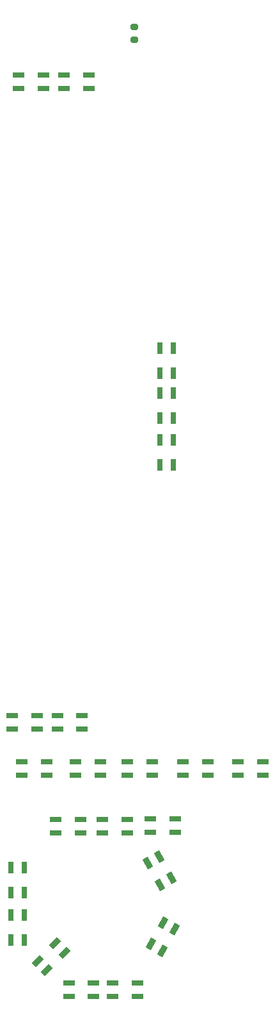
<source format=gbr>
%TF.GenerationSoftware,KiCad,Pcbnew,(6.0.9)*%
%TF.CreationDate,2023-01-06T18:17:57-09:00*%
%TF.ProjectId,DEFOG PANEL,4445464f-4720-4504-914e-454c2e6b6963,rev?*%
%TF.SameCoordinates,Original*%
%TF.FileFunction,Paste,Top*%
%TF.FilePolarity,Positive*%
%FSLAX46Y46*%
G04 Gerber Fmt 4.6, Leading zero omitted, Abs format (unit mm)*
G04 Created by KiCad (PCBNEW (6.0.9)) date 2023-01-06 18:17:57*
%MOMM*%
%LPD*%
G01*
G04 APERTURE LIST*
G04 Aperture macros list*
%AMRoundRect*
0 Rectangle with rounded corners*
0 $1 Rounding radius*
0 $2 $3 $4 $5 $6 $7 $8 $9 X,Y pos of 4 corners*
0 Add a 4 corners polygon primitive as box body*
4,1,4,$2,$3,$4,$5,$6,$7,$8,$9,$2,$3,0*
0 Add four circle primitives for the rounded corners*
1,1,$1+$1,$2,$3*
1,1,$1+$1,$4,$5*
1,1,$1+$1,$6,$7*
1,1,$1+$1,$8,$9*
0 Add four rect primitives between the rounded corners*
20,1,$1+$1,$2,$3,$4,$5,0*
20,1,$1+$1,$4,$5,$6,$7,0*
20,1,$1+$1,$6,$7,$8,$9,0*
20,1,$1+$1,$8,$9,$2,$3,0*%
%AMRotRect*
0 Rectangle, with rotation*
0 The origin of the aperture is its center*
0 $1 length*
0 $2 width*
0 $3 Rotation angle, in degrees counterclockwise*
0 Add horizontal line*
21,1,$1,$2,0,0,$3*%
G04 Aperture macros list end*
%ADD10R,1.500000X0.800000*%
%ADD11R,0.800000X1.500000*%
%ADD12RoundRect,0.200000X-0.275000X0.200000X-0.275000X-0.200000X0.275000X-0.200000X0.275000X0.200000X0*%
%ADD13RotRect,1.500000X0.800000X60.000000*%
%ADD14RotRect,1.500000X0.800000X120.000000*%
%ADD15RotRect,1.500000X0.800000X45.000000*%
G04 APERTURE END LIST*
D10*
%TO.C,D1*%
X123410000Y-58155000D03*
X123410000Y-59935000D03*
X126690000Y-59935000D03*
X126690000Y-58155000D03*
%TD*%
%TO.C,D2*%
X129440000Y-58190000D03*
X129440000Y-59970000D03*
X132720000Y-59970000D03*
X132720000Y-58190000D03*
%TD*%
D11*
%TO.C,D3*%
X143895000Y-94250000D03*
X142115000Y-94250000D03*
X142115000Y-97530000D03*
X143895000Y-97530000D03*
%TD*%
%TO.C,D4*%
X143925000Y-100140000D03*
X142145000Y-100140000D03*
X142145000Y-103420000D03*
X143925000Y-103420000D03*
%TD*%
%TO.C,D5*%
X143905000Y-106360000D03*
X142125000Y-106360000D03*
X142125000Y-109640000D03*
X143905000Y-109640000D03*
%TD*%
D10*
%TO.C,D6*%
X122590000Y-142695000D03*
X122590000Y-144475000D03*
X125870000Y-144475000D03*
X125870000Y-142695000D03*
%TD*%
%TO.C,D7*%
X128570000Y-142700000D03*
X128570000Y-144480000D03*
X131850000Y-144480000D03*
X131850000Y-142700000D03*
%TD*%
%TO.C,D8*%
X123864000Y-148829000D03*
X123864000Y-150609000D03*
X127144000Y-150609000D03*
X127144000Y-148829000D03*
%TD*%
%TO.C,D9*%
X130976000Y-148829000D03*
X130976000Y-150609000D03*
X134256000Y-150609000D03*
X134256000Y-148829000D03*
%TD*%
%TO.C,D10*%
X137834000Y-148829000D03*
X137834000Y-150609000D03*
X141114000Y-150609000D03*
X141114000Y-148829000D03*
%TD*%
%TO.C,D11*%
X145200000Y-148829000D03*
X145200000Y-150609000D03*
X148480000Y-150609000D03*
X148480000Y-148829000D03*
%TD*%
%TO.C,D12*%
X152510000Y-148829000D03*
X152510000Y-150609000D03*
X155790000Y-150609000D03*
X155790000Y-148829000D03*
%TD*%
%TO.C,D13*%
X128380000Y-156477000D03*
X128380000Y-158257000D03*
X131660000Y-158257000D03*
X131660000Y-156477000D03*
%TD*%
%TO.C,D14*%
X134532000Y-156449000D03*
X134532000Y-158229000D03*
X137812000Y-158229000D03*
X137812000Y-156449000D03*
%TD*%
%TO.C,D15*%
X140882000Y-156336000D03*
X140882000Y-158116000D03*
X144162000Y-158116000D03*
X144162000Y-156336000D03*
%TD*%
D11*
%TO.C,D22*%
X124225000Y-162790000D03*
X122445000Y-162790000D03*
X122445000Y-166070000D03*
X124225000Y-166070000D03*
%TD*%
%TO.C,D21*%
X124205000Y-169050000D03*
X122425000Y-169050000D03*
X122425000Y-172330000D03*
X124205000Y-172330000D03*
%TD*%
D12*
%TO.C,R1*%
X138720000Y-51835000D03*
X138720000Y-53485000D03*
%TD*%
D13*
%TO.C,D17*%
X140939237Y-172910282D03*
X142480763Y-173800282D03*
X144120763Y-170959718D03*
X142579237Y-170069718D03*
%TD*%
D14*
%TO.C,D16*%
X142146237Y-165067282D03*
X143687763Y-164177282D03*
X142047763Y-161336718D03*
X140506237Y-162226718D03*
%TD*%
D15*
%TO.C,D20*%
X125935020Y-175129330D03*
X127193670Y-176387980D03*
X129512980Y-174068670D03*
X128254330Y-172810020D03*
%TD*%
D10*
%TO.C,D19*%
X130090000Y-178045000D03*
X130090000Y-179825000D03*
X133370000Y-179825000D03*
X133370000Y-178045000D03*
%TD*%
%TO.C,D18*%
X135857000Y-178057000D03*
X135857000Y-179837000D03*
X139137000Y-179837000D03*
X139137000Y-178057000D03*
%TD*%
M02*

</source>
